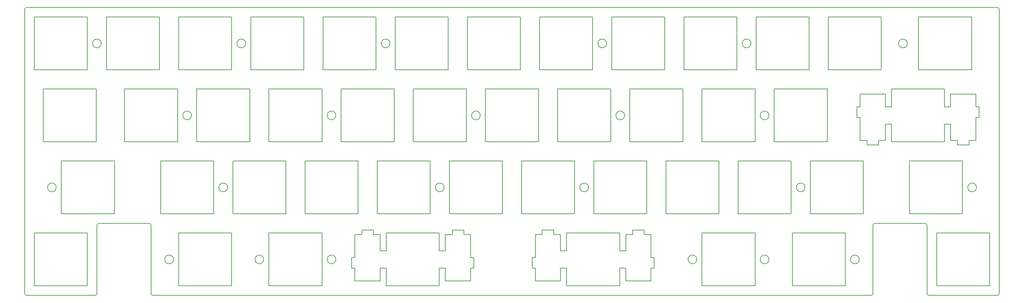
<source format=gbr>
%TF.GenerationSoftware,KiCad,Pcbnew,8.0.8*%
%TF.CreationDate,2025-05-13T11:21:35+02:00*%
%TF.ProjectId,naevies plate proto split,6e616576-6965-4732-9070-6c6174652070,rev?*%
%TF.SameCoordinates,Original*%
%TF.FileFunction,Profile,NP*%
%FSLAX46Y46*%
G04 Gerber Fmt 4.6, Leading zero omitted, Abs format (unit mm)*
G04 Created by KiCad (PCBNEW 8.0.8) date 2025-05-13 11:21:35*
%MOMM*%
%LPD*%
G01*
G04 APERTURE LIST*
%TA.AperFunction,Profile*%
%ADD10C,0.200000*%
%TD*%
G04 APERTURE END LIST*
D10*
X194825000Y-91281250D02*
G75*
G02*
X192525000Y-91281250I-1150000J0D01*
G01*
X192525000Y-91281250D02*
G75*
G02*
X194825000Y-91281250I1150000J0D01*
G01*
X99575000Y-91281250D02*
G75*
G02*
X97275000Y-91281250I-1150000J0D01*
G01*
X97275000Y-91281250D02*
G75*
G02*
X99575000Y-91281250I1150000J0D01*
G01*
X182746575Y-96971630D02*
X176091775Y-96971630D01*
X152215775Y-93568030D02*
X152215775Y-96971630D01*
X180943175Y-83509630D02*
X180943175Y-84678030D01*
X160480675Y-98281330D02*
X174481675Y-98281330D01*
X182746575Y-96971630D02*
X182756675Y-93580830D01*
X158870575Y-84678030D02*
X157067175Y-84678030D01*
X160480675Y-88981030D02*
X158870575Y-88981030D01*
X151352175Y-93568030D02*
X152215775Y-93568030D01*
X182746575Y-84678030D02*
X182756675Y-90781930D01*
X177895175Y-84678030D02*
X177895175Y-83509630D01*
X160480675Y-84282030D02*
X160480675Y-88981030D01*
X174481675Y-88981030D02*
X174481675Y-84282030D01*
X157067175Y-84678030D02*
X157067175Y-83509630D01*
X176091775Y-88981030D02*
X174481675Y-88981030D01*
X176091775Y-96971630D02*
X176091775Y-93580830D01*
X154019175Y-83509630D02*
X154019175Y-84678030D01*
X151352175Y-90774030D02*
X151352175Y-93568030D01*
X158870575Y-88981030D02*
X158870575Y-84678030D01*
X182756675Y-93580830D02*
X183580675Y-93580830D01*
X174481675Y-98281330D02*
X174481675Y-93580830D01*
X157067175Y-83509630D02*
X154019175Y-83509630D01*
X158870575Y-93580830D02*
X160480675Y-93580830D01*
X152215775Y-90774030D02*
X151352175Y-90774030D01*
X152215775Y-96971630D02*
X158870575Y-96971630D01*
X174481675Y-84282030D02*
X160480675Y-84282030D01*
X174481675Y-93580830D02*
X176091775Y-93580830D01*
X177895175Y-83509630D02*
X180943175Y-83509630D01*
X154019175Y-84678030D02*
X152215775Y-84678030D01*
X180943175Y-84678030D02*
X182746575Y-84678030D01*
X176091775Y-88981030D02*
X176091775Y-84678030D01*
X160480675Y-93580830D02*
X160480675Y-98281330D01*
X158870575Y-96971630D02*
X158870575Y-93580830D01*
X176091775Y-84678030D02*
X177895175Y-84678030D01*
X183580675Y-93580830D02*
X183580675Y-90781930D01*
X183580675Y-90781930D02*
X182756675Y-90781930D01*
X152215775Y-84678030D02*
X152215775Y-90774030D01*
X126856675Y-93580830D02*
X128466775Y-93580830D01*
X109442175Y-83509630D02*
X106394175Y-83509630D01*
X133318175Y-83509630D02*
X133318175Y-84678030D01*
X111245575Y-84678030D02*
X109442175Y-84678030D01*
X104590775Y-93568030D02*
X104590775Y-96971630D01*
X135121575Y-96971630D02*
X135131675Y-93580830D01*
X128466775Y-88981030D02*
X128466775Y-84678030D01*
X135121575Y-96971630D02*
X128466775Y-96971630D01*
X112855675Y-88981030D02*
X111245575Y-88981030D01*
X135131675Y-93580830D02*
X135955675Y-93580830D01*
X112855675Y-98281330D02*
X126856675Y-98281330D01*
X103727175Y-90774030D02*
X103727175Y-93568030D01*
X103727175Y-93568030D02*
X104590775Y-93568030D01*
X135955675Y-90781930D02*
X135131675Y-90781930D01*
X126856675Y-88981030D02*
X126856675Y-84282030D01*
X109442175Y-84678030D02*
X109442175Y-83509630D01*
X128466775Y-88981030D02*
X126856675Y-88981030D01*
X135121575Y-84678030D02*
X135131675Y-90781930D01*
X130270175Y-84678030D02*
X130270175Y-83509630D01*
X112855675Y-84282030D02*
X112855675Y-88981030D01*
X128466775Y-96971630D02*
X128466775Y-93580830D01*
X111245575Y-88981030D02*
X111245575Y-84678030D01*
X106394175Y-83509630D02*
X106394175Y-84678030D01*
X126856675Y-98281330D02*
X126856675Y-93580830D01*
X111245575Y-93580830D02*
X112855675Y-93580830D01*
X104590775Y-90774030D02*
X103727175Y-90774030D01*
X104590775Y-96971630D02*
X111245575Y-96971630D01*
X106394175Y-84678030D02*
X104590775Y-84678030D01*
X130270175Y-83509630D02*
X133318175Y-83509630D01*
X135955675Y-93580830D02*
X135955675Y-90781930D01*
X112855675Y-93580830D02*
X112855675Y-98281330D01*
X133318175Y-84678030D02*
X135121575Y-84678030D01*
X111245575Y-96971630D02*
X111245575Y-93580830D01*
X126856675Y-84282030D02*
X112855675Y-84282030D01*
X128466775Y-84678030D02*
X130270175Y-84678030D01*
X104590775Y-84678030D02*
X104590775Y-90774030D01*
X81899925Y-84281330D02*
X81899925Y-98281330D01*
X72087425Y-84281330D02*
X72087425Y-98281330D01*
X81899925Y-98281330D02*
X95899925Y-98281330D01*
X58087425Y-84281330D02*
X72087425Y-84281330D01*
X81899925Y-84281330D02*
X95899925Y-84281330D01*
X58087425Y-84281330D02*
X58087425Y-98281330D01*
X95899925Y-84281330D02*
X95899925Y-98281330D01*
X58087425Y-98281330D02*
X72087425Y-98281330D01*
X220012425Y-84281330D02*
X234012425Y-84281330D01*
X210199925Y-84281330D02*
X210199925Y-98281330D01*
X196199925Y-84281330D02*
X196199925Y-98281330D01*
X220012425Y-98281330D02*
X234012425Y-98281330D01*
X220012425Y-84281330D02*
X220012425Y-98281330D01*
X196199925Y-98281330D02*
X210199925Y-98281330D01*
X234012425Y-84281330D02*
X234012425Y-98281330D01*
X196199925Y-84281330D02*
X210199925Y-84281330D01*
X260206075Y-50882100D02*
X260206075Y-46181600D01*
X246205075Y-60180900D02*
X260206075Y-60180900D01*
X56712500Y-91281250D02*
G75*
G02*
X54412500Y-91281250I-1150000J0D01*
G01*
X54412500Y-91281250D02*
G75*
G02*
X56712500Y-91281250I1150000J0D01*
G01*
X243537075Y-41130900D02*
X229538075Y-41130900D01*
X33987275Y-27131600D02*
X33987275Y-41130900D01*
X181625075Y-79231100D02*
X167625075Y-79231100D01*
X237106075Y-50882100D02*
X237106075Y-53681000D01*
X264968075Y-65231700D02*
X264968075Y-79231100D01*
X239743575Y-59784900D02*
X237940175Y-59784900D01*
X50300000Y-81756250D02*
G75*
G02*
X50800050Y-82256250I0J-500050D01*
G01*
X219725075Y-65231700D02*
X219725075Y-79231100D01*
X229250075Y-60180900D02*
X215250075Y-60180900D01*
X258113075Y-98281060D02*
X258113075Y-84281600D01*
X171012500Y-34131250D02*
G75*
G02*
X168712500Y-34131250I-1150000J0D01*
G01*
X168712500Y-34131250D02*
G75*
G02*
X171012500Y-34131250I1150000J0D01*
G01*
X43800275Y-60180900D02*
X43800275Y-46181600D01*
X181625075Y-65231700D02*
X181625075Y-79231100D01*
X241300000Y-100306250D02*
G75*
G02*
X240800000Y-100806200I-500000J50D01*
G01*
X33987275Y-98281060D02*
X19987725Y-98281060D01*
X241300000Y-82256250D02*
G75*
G02*
X241800000Y-81756300I500000J-50D01*
G01*
X268470975Y-59784900D02*
X268470975Y-53688900D01*
X153050075Y-46181600D02*
X153050075Y-60180900D01*
X17462500Y-100306250D02*
X17462500Y-25106250D01*
X244594975Y-59784900D02*
X242791575Y-59784900D01*
X200675075Y-65231700D02*
X200675075Y-79231100D01*
X210200075Y-46181600D02*
X210200075Y-60180900D01*
X19987725Y-41130900D02*
X19987725Y-27131600D01*
X110187075Y-27131600D02*
X110187075Y-41130900D01*
X250387500Y-34131250D02*
G75*
G02*
X248087500Y-34131250I-1150000J0D01*
G01*
X248087500Y-34131250D02*
G75*
G02*
X250387500Y-34131250I1150000J0D01*
G01*
X41130975Y-79231100D02*
X27130105Y-79231100D01*
X158100075Y-60180900D02*
X158100075Y-46181600D01*
X186387075Y-41130900D02*
X172388075Y-41130900D01*
X191150075Y-46181600D02*
X191150075Y-60180900D01*
X229538075Y-27131600D02*
X243537075Y-27131600D01*
X50300000Y-81756250D02*
X37012500Y-81756250D01*
X242791575Y-60953300D02*
X239743575Y-60953300D01*
X241300000Y-82256250D02*
X241300000Y-100306250D01*
X57799575Y-46181600D02*
X57799575Y-60180900D01*
X200675075Y-79231100D02*
X186675075Y-79231100D01*
X62850275Y-46181600D02*
X76849575Y-46181600D01*
X105424575Y-65231700D02*
X105424575Y-79231100D01*
X139050075Y-46181600D02*
X153050075Y-46181600D01*
X53325275Y-79231100D02*
X53325275Y-65231700D01*
X148575075Y-79231100D02*
X148575075Y-65231700D01*
X167625075Y-65231700D02*
X181625075Y-65231700D01*
X261816175Y-47491300D02*
X261816175Y-50882100D01*
X17962500Y-100806250D02*
G75*
G02*
X17462450Y-100306250I0J500050D01*
G01*
X61475000Y-53181250D02*
G75*
G02*
X59175000Y-53181250I-1150000J0D01*
G01*
X59175000Y-53181250D02*
G75*
G02*
X61475000Y-53181250I1150000J0D01*
G01*
X266667575Y-59784900D02*
X268470975Y-59784900D01*
X91425275Y-79231100D02*
X91425275Y-65231700D01*
X172100075Y-46181600D02*
X172100075Y-60180900D01*
X67324575Y-65231700D02*
X67324575Y-79231100D01*
X224775075Y-79231100D02*
X224775075Y-65231700D01*
X274637500Y-100306250D02*
G75*
G02*
X274137500Y-100806200I-500000J50D01*
G01*
X261816175Y-50882100D02*
X260206075Y-50882100D01*
X81900275Y-46181600D02*
X95899575Y-46181600D01*
X139050075Y-60180900D02*
X139050075Y-46181600D01*
X209112500Y-34131250D02*
G75*
G02*
X206812500Y-34131250I-1150000J0D01*
G01*
X206812500Y-34131250D02*
G75*
G02*
X209112500Y-34131250I1150000J0D01*
G01*
X266667575Y-60953300D02*
X266667575Y-59784900D01*
X167337075Y-41130900D02*
X153338075Y-41130900D01*
X172388075Y-41130900D02*
X172388075Y-27131600D01*
X246205075Y-46181600D02*
X246205075Y-50882100D01*
X205437075Y-27131600D02*
X205437075Y-41130900D01*
X274137500Y-24606250D02*
G75*
G02*
X274637550Y-25106250I0J-500050D01*
G01*
X39037775Y-27131600D02*
X53037075Y-27131600D01*
X186675075Y-65231700D02*
X200675075Y-65231700D01*
X148287075Y-27131600D02*
X148287075Y-41130900D01*
X91137075Y-27131600D02*
X91137075Y-41130900D01*
X53325275Y-65231700D02*
X67324575Y-65231700D01*
X105424575Y-79231100D02*
X91425275Y-79231100D01*
X100950275Y-60180900D02*
X100950275Y-46181600D01*
X268470975Y-53688900D02*
X269334575Y-53688900D01*
X219725075Y-79231100D02*
X205725075Y-79231100D01*
X96187775Y-27131600D02*
X110187075Y-27131600D01*
X36368475Y-60180900D02*
X22368985Y-60180900D01*
X196200075Y-60180900D02*
X196200075Y-46181600D01*
X213875000Y-53181250D02*
G75*
G02*
X211575000Y-53181250I-1150000J0D01*
G01*
X211575000Y-53181250D02*
G75*
G02*
X213875000Y-53181250I1150000J0D01*
G01*
X134000075Y-60180900D02*
X120000075Y-60180900D01*
X128150000Y-72231250D02*
G75*
G02*
X125850000Y-72231250I-1150000J0D01*
G01*
X125850000Y-72231250D02*
G75*
G02*
X128150000Y-72231250I1150000J0D01*
G01*
X255087500Y-81756250D02*
G75*
G02*
X255587550Y-82256250I0J-500050D01*
G01*
X224487075Y-27131600D02*
X224487075Y-41130900D01*
X129237075Y-27131600D02*
X129237075Y-41130900D01*
X153338075Y-27131600D02*
X167337075Y-27131600D01*
X166250000Y-72231250D02*
G75*
G02*
X163950000Y-72231250I-1150000J0D01*
G01*
X163950000Y-72231250D02*
G75*
G02*
X166250000Y-72231250I1150000J0D01*
G01*
X196200075Y-46181600D02*
X210200075Y-46181600D01*
X134000075Y-46181600D02*
X134000075Y-60180900D01*
X115236375Y-27131600D02*
X129237075Y-27131600D01*
X267350075Y-27131600D02*
X267350075Y-41130900D01*
X80525000Y-91281250D02*
G75*
G02*
X78225000Y-91281250I-1150000J0D01*
G01*
X78225000Y-91281250D02*
G75*
G02*
X80525000Y-91281250I1150000J0D01*
G01*
X253350075Y-41130900D02*
X253350075Y-27131600D01*
X240800000Y-100806250D02*
X51300000Y-100806250D01*
X274137500Y-100806250D02*
X256087500Y-100806250D01*
X51300000Y-100806250D02*
G75*
G02*
X50799950Y-100306250I0J500050D01*
G01*
X205725075Y-79231100D02*
X205725075Y-65231700D01*
X255087500Y-81756250D02*
X241800000Y-81756250D01*
X76849575Y-46181600D02*
X76849575Y-60180900D01*
X268470975Y-47491300D02*
X261816175Y-47491300D01*
X120000075Y-46181600D02*
X134000075Y-46181600D01*
X36012500Y-100806250D02*
X17962500Y-100806250D01*
X215250075Y-46181600D02*
X229250075Y-46181600D01*
X223400000Y-72231250D02*
G75*
G02*
X221100000Y-72231250I-1150000J0D01*
G01*
X221100000Y-72231250D02*
G75*
G02*
X223400000Y-72231250I1150000J0D01*
G01*
X33987275Y-84281600D02*
X33987275Y-98281060D01*
X229538075Y-41130900D02*
X229538075Y-27131600D01*
X167337075Y-27131600D02*
X167337075Y-41130900D01*
X50800000Y-100306250D02*
X50800000Y-82256250D01*
X148575075Y-65231700D02*
X162575075Y-65231700D01*
X77137775Y-41130900D02*
X77137775Y-27131600D01*
X244594975Y-47491300D02*
X244594975Y-50882100D01*
X261816175Y-55481900D02*
X261816175Y-59784900D01*
X96187775Y-41130900D02*
X96187775Y-27131600D01*
X162575075Y-79231100D02*
X148575075Y-79231100D01*
X186387075Y-27131600D02*
X186387075Y-41130900D01*
X250969075Y-65231700D02*
X264968075Y-65231700D01*
X124475075Y-79231100D02*
X110475275Y-79231100D01*
X19987725Y-98281060D02*
X19987725Y-84281600D01*
X272112075Y-98281060D02*
X258113075Y-98281060D01*
X224487075Y-41130900D02*
X210488075Y-41130900D01*
X258113075Y-84281600D02*
X272112075Y-84281600D01*
X253350075Y-27131600D02*
X267350075Y-27131600D01*
X242791575Y-59784900D02*
X242791575Y-60953300D01*
X71000000Y-72231250D02*
G75*
G02*
X68700000Y-72231250I-1150000J0D01*
G01*
X68700000Y-72231250D02*
G75*
G02*
X71000000Y-72231250I1150000J0D01*
G01*
X177150075Y-60180900D02*
X177150075Y-46181600D01*
X110475275Y-79231100D02*
X110475275Y-65231700D01*
X162575075Y-65231700D02*
X162575075Y-79231100D01*
X167625075Y-79231100D02*
X167625075Y-65231700D01*
X250969075Y-79231100D02*
X250969075Y-65231700D01*
X129237075Y-41130900D02*
X115236375Y-41130900D01*
X53037075Y-27131600D02*
X53037075Y-41130900D01*
X43800275Y-46181600D02*
X57799575Y-46181600D01*
X27130105Y-79231100D02*
X27130105Y-65231700D01*
X255587500Y-100306250D02*
X255587500Y-82256250D01*
X25756250Y-72231250D02*
G75*
G02*
X23456250Y-72231250I-1150000J0D01*
G01*
X23456250Y-72231250D02*
G75*
G02*
X25756250Y-72231250I1150000J0D01*
G01*
X75762500Y-34131250D02*
G75*
G02*
X73462500Y-34131250I-1150000J0D01*
G01*
X73462500Y-34131250D02*
G75*
G02*
X75762500Y-34131250I1150000J0D01*
G01*
X260206075Y-60180900D02*
X260206075Y-55481900D01*
X72087075Y-27131600D02*
X72087075Y-41130900D01*
X224775075Y-65231700D02*
X238775075Y-65231700D01*
X205437075Y-41130900D02*
X191438075Y-41130900D01*
X238775075Y-65231700D02*
X238775075Y-79231100D01*
X158100075Y-46181600D02*
X172100075Y-46181600D01*
X99575000Y-53181250D02*
G75*
G02*
X97275000Y-53181250I-1150000J0D01*
G01*
X97275000Y-53181250D02*
G75*
G02*
X99575000Y-53181250I1150000J0D01*
G01*
X237940175Y-59784900D02*
X237930075Y-53681000D01*
X256087500Y-100806250D02*
G75*
G02*
X255587450Y-100306250I0J500050D01*
G01*
X36512500Y-82256250D02*
X36512500Y-100306250D01*
X153050075Y-60180900D02*
X139050075Y-60180900D01*
X72375275Y-65231700D02*
X86374575Y-65231700D01*
X172388075Y-27131600D02*
X186387075Y-27131600D01*
X58087775Y-27131600D02*
X72087075Y-27131600D01*
X17962500Y-24606250D02*
X274137500Y-24606250D01*
X272112075Y-84281600D02*
X272112075Y-98281060D01*
X244594975Y-55481900D02*
X246205075Y-55481900D01*
X37662500Y-34131250D02*
G75*
G02*
X35362500Y-34131250I-1150000J0D01*
G01*
X35362500Y-34131250D02*
G75*
G02*
X37662500Y-34131250I1150000J0D01*
G01*
X177150075Y-46181600D02*
X191150075Y-46181600D01*
X129525075Y-65231700D02*
X143525075Y-65231700D01*
X72087075Y-41130900D02*
X58087775Y-41130900D01*
X263619575Y-59784900D02*
X263619575Y-60953300D01*
X113862500Y-34131250D02*
G75*
G02*
X111562500Y-34131250I-1150000J0D01*
G01*
X111562500Y-34131250D02*
G75*
G02*
X113862500Y-34131250I1150000J0D01*
G01*
X91425275Y-65231700D02*
X105424575Y-65231700D01*
X238775075Y-79231100D02*
X224775075Y-79231100D01*
X269334575Y-53688900D02*
X269334575Y-50894900D01*
X260206075Y-46181600D02*
X246205075Y-46181600D01*
X237930075Y-50882100D02*
X237106075Y-50882100D01*
X269334575Y-50894900D02*
X268470975Y-50894900D01*
X22368985Y-60180900D02*
X22368985Y-46181600D01*
X86374575Y-79231100D02*
X72375275Y-79231100D01*
X237106075Y-53681000D02*
X237930075Y-53681000D01*
X237940175Y-47491300D02*
X244594975Y-47491300D01*
X191150075Y-60180900D02*
X177150075Y-60180900D01*
X260206075Y-55481900D02*
X261816175Y-55481900D01*
X134286075Y-41130900D02*
X134286075Y-27131600D01*
X213875000Y-91281250D02*
G75*
G02*
X211575000Y-91281250I-1150000J0D01*
G01*
X211575000Y-91281250D02*
G75*
G02*
X213875000Y-91281250I1150000J0D01*
G01*
X95899575Y-46181600D02*
X95899575Y-60180900D01*
X95899575Y-60180900D02*
X81900275Y-60180900D01*
X175775000Y-53181250D02*
G75*
G02*
X173475000Y-53181250I-1150000J0D01*
G01*
X173475000Y-53181250D02*
G75*
G02*
X175775000Y-53181250I1150000J0D01*
G01*
X264968075Y-79231100D02*
X250969075Y-79231100D01*
X17462500Y-25106250D02*
G75*
G02*
X17962500Y-24606250I500000J0D01*
G01*
X246205075Y-55481900D02*
X246205075Y-60180900D01*
X91137075Y-41130900D02*
X77137775Y-41130900D01*
X143525075Y-79231100D02*
X129525075Y-79231100D01*
X137675000Y-53181250D02*
G75*
G02*
X135375000Y-53181250I-1150000J0D01*
G01*
X135375000Y-53181250D02*
G75*
G02*
X137675000Y-53181250I1150000J0D01*
G01*
X210200075Y-60180900D02*
X196200075Y-60180900D01*
X237687500Y-91281250D02*
G75*
G02*
X235387500Y-91281250I-1150000J0D01*
G01*
X235387500Y-91281250D02*
G75*
G02*
X237687500Y-91281250I1150000J0D01*
G01*
X39037775Y-41130900D02*
X39037775Y-27131600D01*
X81900275Y-60180900D02*
X81900275Y-46181600D01*
X120000075Y-60180900D02*
X120000075Y-46181600D01*
X114949575Y-60180900D02*
X100950275Y-60180900D01*
X153338075Y-41130900D02*
X153338075Y-27131600D01*
X124475075Y-65231700D02*
X124475075Y-79231100D01*
X58087775Y-41130900D02*
X58087775Y-27131600D01*
X33987275Y-41130900D02*
X19987725Y-41130900D01*
X86374575Y-65231700D02*
X86374575Y-79231100D01*
X210488075Y-27131600D02*
X224487075Y-27131600D01*
X267350075Y-41130900D02*
X253350075Y-41130900D01*
X186675075Y-79231100D02*
X186675075Y-65231700D01*
X19987725Y-27131600D02*
X33987275Y-27131600D01*
X19987725Y-84281600D02*
X33987275Y-84281600D01*
X244594975Y-55481900D02*
X244594975Y-59784900D01*
X191438075Y-27131600D02*
X205437075Y-27131600D01*
X191438075Y-41130900D02*
X191438075Y-27131600D01*
X57799575Y-60180900D02*
X43800275Y-60180900D01*
X27130105Y-65231700D02*
X41130975Y-65231700D01*
X172100075Y-60180900D02*
X158100075Y-60180900D01*
X210488075Y-41130900D02*
X210488075Y-27131600D01*
X129525075Y-79231100D02*
X129525075Y-65231700D01*
X134286075Y-27131600D02*
X148287075Y-27131600D01*
X237940175Y-47491300D02*
X237930075Y-50882100D01*
X215250075Y-60180900D02*
X215250075Y-46181600D01*
X110187075Y-41130900D02*
X96187775Y-41130900D01*
X77137775Y-27131600D02*
X91137075Y-27131600D01*
X76849575Y-60180900D02*
X62850275Y-60180900D01*
X53037075Y-41130900D02*
X39037775Y-41130900D01*
X261816175Y-59784900D02*
X263619575Y-59784900D01*
X36512500Y-82256250D02*
G75*
G02*
X37012500Y-81756300I500000J-50D01*
G01*
X67324575Y-79231100D02*
X53325275Y-79231100D01*
X263619575Y-60953300D02*
X266667575Y-60953300D01*
X274637500Y-25106250D02*
X274637500Y-100306250D01*
X243537075Y-27131600D02*
X243537075Y-41130900D01*
X268470975Y-50894900D02*
X268470975Y-47491300D01*
X36368475Y-46181600D02*
X36368475Y-60180900D01*
X62850275Y-60180900D02*
X62850275Y-46181600D01*
X148287075Y-41130900D02*
X134286075Y-41130900D01*
X115236375Y-41130900D02*
X115236375Y-27131600D01*
X110475275Y-65231700D02*
X124475075Y-65231700D01*
X229250075Y-46181600D02*
X229250075Y-60180900D01*
X100950275Y-46181600D02*
X114949575Y-46181600D01*
X41130975Y-65231700D02*
X41130975Y-79231100D01*
X22368985Y-46181600D02*
X36368475Y-46181600D01*
X239743575Y-60953300D02*
X239743575Y-59784900D01*
X246205075Y-50882100D02*
X244594975Y-50882100D01*
X36512500Y-100306250D02*
G75*
G02*
X36012500Y-100806200I-500000J50D01*
G01*
X268643750Y-72231250D02*
G75*
G02*
X266343750Y-72231250I-1150000J0D01*
G01*
X266343750Y-72231250D02*
G75*
G02*
X268643750Y-72231250I1150000J0D01*
G01*
X72375275Y-79231100D02*
X72375275Y-65231700D01*
X143525075Y-65231700D02*
X143525075Y-79231100D01*
X114949575Y-46181600D02*
X114949575Y-60180900D01*
X205725075Y-65231700D02*
X219725075Y-65231700D01*
M02*

</source>
